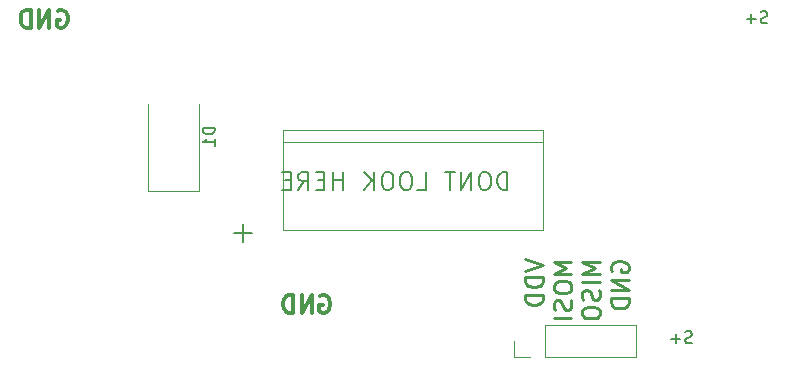
<source format=gbr>
%TF.GenerationSoftware,KiCad,Pcbnew,(6.0.6)*%
%TF.CreationDate,2022-11-03T14:15:42-06:00*%
%TF.ProjectId,SolarGPS,536f6c61-7247-4505-932e-6b696361645f,rev?*%
%TF.SameCoordinates,Original*%
%TF.FileFunction,Legend,Bot*%
%TF.FilePolarity,Positive*%
%FSLAX46Y46*%
G04 Gerber Fmt 4.6, Leading zero omitted, Abs format (unit mm)*
G04 Created by KiCad (PCBNEW (6.0.6)) date 2022-11-03 14:15:42*
%MOMM*%
%LPD*%
G01*
G04 APERTURE LIST*
%ADD10C,0.300000*%
%ADD11C,0.200000*%
%ADD12C,0.250000*%
%ADD13C,0.150000*%
%ADD14C,0.120000*%
G04 APERTURE END LIST*
D10*
X78567857Y-75075000D02*
X78710714Y-75003571D01*
X78925000Y-75003571D01*
X79139285Y-75075000D01*
X79282142Y-75217857D01*
X79353571Y-75360714D01*
X79425000Y-75646428D01*
X79425000Y-75860714D01*
X79353571Y-76146428D01*
X79282142Y-76289285D01*
X79139285Y-76432142D01*
X78925000Y-76503571D01*
X78782142Y-76503571D01*
X78567857Y-76432142D01*
X78496428Y-76360714D01*
X78496428Y-75860714D01*
X78782142Y-75860714D01*
X77853571Y-76503571D02*
X77853571Y-75003571D01*
X76996428Y-76503571D01*
X76996428Y-75003571D01*
X76282142Y-76503571D02*
X76282142Y-75003571D01*
X75925000Y-75003571D01*
X75710714Y-75075000D01*
X75567857Y-75217857D01*
X75496428Y-75360714D01*
X75425000Y-75646428D01*
X75425000Y-75860714D01*
X75496428Y-76146428D01*
X75567857Y-76289285D01*
X75710714Y-76432142D01*
X75925000Y-76503571D01*
X76282142Y-76503571D01*
D11*
X116429761Y-51929761D02*
X116286904Y-51977380D01*
X116048809Y-51977380D01*
X115953571Y-51929761D01*
X115905952Y-51882142D01*
X115858333Y-51786904D01*
X115858333Y-51691666D01*
X115905952Y-51596428D01*
X115953571Y-51548809D01*
X116048809Y-51501190D01*
X116239285Y-51453571D01*
X116334523Y-51405952D01*
X116382142Y-51358333D01*
X116429761Y-51263095D01*
X116429761Y-51167857D01*
X116382142Y-51072619D01*
X116334523Y-51025000D01*
X116239285Y-50977380D01*
X116001190Y-50977380D01*
X115858333Y-51025000D01*
X115429761Y-51596428D02*
X114667857Y-51596428D01*
X115048809Y-51977380D02*
X115048809Y-51215476D01*
X110054761Y-79029761D02*
X109911904Y-79077380D01*
X109673809Y-79077380D01*
X109578571Y-79029761D01*
X109530952Y-78982142D01*
X109483333Y-78886904D01*
X109483333Y-78791666D01*
X109530952Y-78696428D01*
X109578571Y-78648809D01*
X109673809Y-78601190D01*
X109864285Y-78553571D01*
X109959523Y-78505952D01*
X110007142Y-78458333D01*
X110054761Y-78363095D01*
X110054761Y-78267857D01*
X110007142Y-78172619D01*
X109959523Y-78125000D01*
X109864285Y-78077380D01*
X109626190Y-78077380D01*
X109483333Y-78125000D01*
X109054761Y-78696428D02*
X108292857Y-78696428D01*
X108673809Y-79077380D02*
X108673809Y-78315476D01*
D10*
X56342857Y-50925000D02*
X56485714Y-50853571D01*
X56700000Y-50853571D01*
X56914285Y-50925000D01*
X57057142Y-51067857D01*
X57128571Y-51210714D01*
X57200000Y-51496428D01*
X57200000Y-51710714D01*
X57128571Y-51996428D01*
X57057142Y-52139285D01*
X56914285Y-52282142D01*
X56700000Y-52353571D01*
X56557142Y-52353571D01*
X56342857Y-52282142D01*
X56271428Y-52210714D01*
X56271428Y-51710714D01*
X56557142Y-51710714D01*
X55628571Y-52353571D02*
X55628571Y-50853571D01*
X54771428Y-52353571D01*
X54771428Y-50853571D01*
X54057142Y-52353571D02*
X54057142Y-50853571D01*
X53700000Y-50853571D01*
X53485714Y-50925000D01*
X53342857Y-51067857D01*
X53271428Y-51210714D01*
X53200000Y-51496428D01*
X53200000Y-51710714D01*
X53271428Y-51996428D01*
X53342857Y-52139285D01*
X53485714Y-52282142D01*
X53700000Y-52353571D01*
X54057142Y-52353571D01*
D11*
X94421428Y-66078571D02*
X94421428Y-64578571D01*
X94064285Y-64578571D01*
X93850000Y-64650000D01*
X93707142Y-64792857D01*
X93635714Y-64935714D01*
X93564285Y-65221428D01*
X93564285Y-65435714D01*
X93635714Y-65721428D01*
X93707142Y-65864285D01*
X93850000Y-66007142D01*
X94064285Y-66078571D01*
X94421428Y-66078571D01*
X92635714Y-64578571D02*
X92350000Y-64578571D01*
X92207142Y-64650000D01*
X92064285Y-64792857D01*
X91992857Y-65078571D01*
X91992857Y-65578571D01*
X92064285Y-65864285D01*
X92207142Y-66007142D01*
X92350000Y-66078571D01*
X92635714Y-66078571D01*
X92778571Y-66007142D01*
X92921428Y-65864285D01*
X92992857Y-65578571D01*
X92992857Y-65078571D01*
X92921428Y-64792857D01*
X92778571Y-64650000D01*
X92635714Y-64578571D01*
X91350000Y-66078571D02*
X91350000Y-64578571D01*
X90492857Y-66078571D01*
X90492857Y-64578571D01*
X89992857Y-64578571D02*
X89135714Y-64578571D01*
X89564285Y-66078571D02*
X89564285Y-64578571D01*
X86778571Y-66078571D02*
X87492857Y-66078571D01*
X87492857Y-64578571D01*
X85992857Y-64578571D02*
X85707142Y-64578571D01*
X85564285Y-64650000D01*
X85421428Y-64792857D01*
X85350000Y-65078571D01*
X85350000Y-65578571D01*
X85421428Y-65864285D01*
X85564285Y-66007142D01*
X85707142Y-66078571D01*
X85992857Y-66078571D01*
X86135714Y-66007142D01*
X86278571Y-65864285D01*
X86350000Y-65578571D01*
X86350000Y-65078571D01*
X86278571Y-64792857D01*
X86135714Y-64650000D01*
X85992857Y-64578571D01*
X84421428Y-64578571D02*
X84135714Y-64578571D01*
X83992857Y-64650000D01*
X83850000Y-64792857D01*
X83778571Y-65078571D01*
X83778571Y-65578571D01*
X83850000Y-65864285D01*
X83992857Y-66007142D01*
X84135714Y-66078571D01*
X84421428Y-66078571D01*
X84564285Y-66007142D01*
X84707142Y-65864285D01*
X84778571Y-65578571D01*
X84778571Y-65078571D01*
X84707142Y-64792857D01*
X84564285Y-64650000D01*
X84421428Y-64578571D01*
X83135714Y-66078571D02*
X83135714Y-64578571D01*
X82278571Y-66078571D02*
X82921428Y-65221428D01*
X82278571Y-64578571D02*
X83135714Y-65435714D01*
X80492857Y-66078571D02*
X80492857Y-64578571D01*
X80492857Y-65292857D02*
X79635714Y-65292857D01*
X79635714Y-66078571D02*
X79635714Y-64578571D01*
X78921428Y-65292857D02*
X78421428Y-65292857D01*
X78207142Y-66078571D02*
X78921428Y-66078571D01*
X78921428Y-64578571D01*
X78207142Y-64578571D01*
X76707142Y-66078571D02*
X77207142Y-65364285D01*
X77564285Y-66078571D02*
X77564285Y-64578571D01*
X76992857Y-64578571D01*
X76850000Y-64650000D01*
X76778571Y-64721428D01*
X76707142Y-64864285D01*
X76707142Y-65078571D01*
X76778571Y-65221428D01*
X76850000Y-65292857D01*
X76992857Y-65364285D01*
X77564285Y-65364285D01*
X76064285Y-65292857D02*
X75564285Y-65292857D01*
X75350000Y-66078571D02*
X76064285Y-66078571D01*
X76064285Y-64578571D01*
X75350000Y-64578571D01*
D12*
X95931071Y-71980357D02*
X97431071Y-72480357D01*
X95931071Y-72980357D01*
X97431071Y-73480357D02*
X95931071Y-73480357D01*
X95931071Y-73837500D01*
X96002500Y-74051785D01*
X96145357Y-74194642D01*
X96288214Y-74266071D01*
X96573928Y-74337500D01*
X96788214Y-74337500D01*
X97073928Y-74266071D01*
X97216785Y-74194642D01*
X97359642Y-74051785D01*
X97431071Y-73837500D01*
X97431071Y-73480357D01*
X97431071Y-74980357D02*
X95931071Y-74980357D01*
X95931071Y-75337500D01*
X96002500Y-75551785D01*
X96145357Y-75694642D01*
X96288214Y-75766071D01*
X96573928Y-75837500D01*
X96788214Y-75837500D01*
X97073928Y-75766071D01*
X97216785Y-75694642D01*
X97359642Y-75551785D01*
X97431071Y-75337500D01*
X97431071Y-74980357D01*
X99846071Y-72194642D02*
X98346071Y-72194642D01*
X99417500Y-72694642D01*
X98346071Y-73194642D01*
X99846071Y-73194642D01*
X98346071Y-74194642D02*
X98346071Y-74480357D01*
X98417500Y-74623214D01*
X98560357Y-74766071D01*
X98846071Y-74837500D01*
X99346071Y-74837500D01*
X99631785Y-74766071D01*
X99774642Y-74623214D01*
X99846071Y-74480357D01*
X99846071Y-74194642D01*
X99774642Y-74051785D01*
X99631785Y-73908928D01*
X99346071Y-73837500D01*
X98846071Y-73837500D01*
X98560357Y-73908928D01*
X98417500Y-74051785D01*
X98346071Y-74194642D01*
X99774642Y-75408928D02*
X99846071Y-75623214D01*
X99846071Y-75980357D01*
X99774642Y-76123214D01*
X99703214Y-76194642D01*
X99560357Y-76266071D01*
X99417500Y-76266071D01*
X99274642Y-76194642D01*
X99203214Y-76123214D01*
X99131785Y-75980357D01*
X99060357Y-75694642D01*
X98988928Y-75551785D01*
X98917500Y-75480357D01*
X98774642Y-75408928D01*
X98631785Y-75408928D01*
X98488928Y-75480357D01*
X98417500Y-75551785D01*
X98346071Y-75694642D01*
X98346071Y-76051785D01*
X98417500Y-76266071D01*
X99846071Y-76908928D02*
X98346071Y-76908928D01*
X102261071Y-72194642D02*
X100761071Y-72194642D01*
X101832500Y-72694642D01*
X100761071Y-73194642D01*
X102261071Y-73194642D01*
X102261071Y-73908928D02*
X100761071Y-73908928D01*
X102189642Y-74551785D02*
X102261071Y-74766071D01*
X102261071Y-75123214D01*
X102189642Y-75266071D01*
X102118214Y-75337500D01*
X101975357Y-75408928D01*
X101832500Y-75408928D01*
X101689642Y-75337500D01*
X101618214Y-75266071D01*
X101546785Y-75123214D01*
X101475357Y-74837500D01*
X101403928Y-74694642D01*
X101332500Y-74623214D01*
X101189642Y-74551785D01*
X101046785Y-74551785D01*
X100903928Y-74623214D01*
X100832500Y-74694642D01*
X100761071Y-74837500D01*
X100761071Y-75194642D01*
X100832500Y-75408928D01*
X100761071Y-76337500D02*
X100761071Y-76623214D01*
X100832500Y-76766071D01*
X100975357Y-76908928D01*
X101261071Y-76980357D01*
X101761071Y-76980357D01*
X102046785Y-76908928D01*
X102189642Y-76766071D01*
X102261071Y-76623214D01*
X102261071Y-76337500D01*
X102189642Y-76194642D01*
X102046785Y-76051785D01*
X101761071Y-75980357D01*
X101261071Y-75980357D01*
X100975357Y-76051785D01*
X100832500Y-76194642D01*
X100761071Y-76337500D01*
X103247500Y-72980357D02*
X103176071Y-72837500D01*
X103176071Y-72623214D01*
X103247500Y-72408928D01*
X103390357Y-72266071D01*
X103533214Y-72194642D01*
X103818928Y-72123214D01*
X104033214Y-72123214D01*
X104318928Y-72194642D01*
X104461785Y-72266071D01*
X104604642Y-72408928D01*
X104676071Y-72623214D01*
X104676071Y-72766071D01*
X104604642Y-72980357D01*
X104533214Y-73051785D01*
X104033214Y-73051785D01*
X104033214Y-72766071D01*
X104676071Y-73694642D02*
X103176071Y-73694642D01*
X104676071Y-74551785D01*
X103176071Y-74551785D01*
X104676071Y-75266071D02*
X103176071Y-75266071D01*
X103176071Y-75623214D01*
X103247500Y-75837500D01*
X103390357Y-75980357D01*
X103533214Y-76051785D01*
X103818928Y-76123214D01*
X104033214Y-76123214D01*
X104318928Y-76051785D01*
X104461785Y-75980357D01*
X104604642Y-75837500D01*
X104676071Y-75623214D01*
X104676071Y-75266071D01*
D13*
%TO.C,D1*%
X69627380Y-60811904D02*
X68627380Y-60811904D01*
X68627380Y-61050000D01*
X68675000Y-61192857D01*
X68770238Y-61288095D01*
X68865476Y-61335714D01*
X69055952Y-61383333D01*
X69198809Y-61383333D01*
X69389285Y-61335714D01*
X69484523Y-61288095D01*
X69579761Y-61192857D01*
X69627380Y-61050000D01*
X69627380Y-60811904D01*
X69627380Y-62335714D02*
X69627380Y-61764285D01*
X69627380Y-62050000D02*
X68627380Y-62050000D01*
X68770238Y-61954761D01*
X68865476Y-61859523D01*
X68913095Y-61764285D01*
D11*
%TO.C,C4*%
X71258095Y-69757142D02*
X72781904Y-69757142D01*
X72020000Y-68995238D02*
X72020000Y-70519047D01*
D14*
%TO.C,D1*%
X68325000Y-66150000D02*
X68325000Y-58850000D01*
X68325000Y-66150000D02*
X64025000Y-66150000D01*
X64025000Y-66150000D02*
X64025000Y-58850000D01*
%TO.C,C4*%
X75420000Y-61000000D02*
X97420000Y-61000000D01*
X75420000Y-61000000D02*
X75420000Y-69500000D01*
X97420000Y-61000000D02*
X97420000Y-69500000D01*
X75420000Y-62000000D02*
X97420000Y-62000000D01*
X75420000Y-69500000D02*
X97420000Y-69500000D01*
%TO.C,J8*%
X105300000Y-77545000D02*
X105300000Y-80205000D01*
X97620000Y-77545000D02*
X105300000Y-77545000D01*
X95020000Y-78875000D02*
X95020000Y-80205000D01*
X97620000Y-80205000D02*
X105300000Y-80205000D01*
X95020000Y-80205000D02*
X96350000Y-80205000D01*
X97620000Y-77545000D02*
X97620000Y-80205000D01*
%TD*%
M02*

</source>
